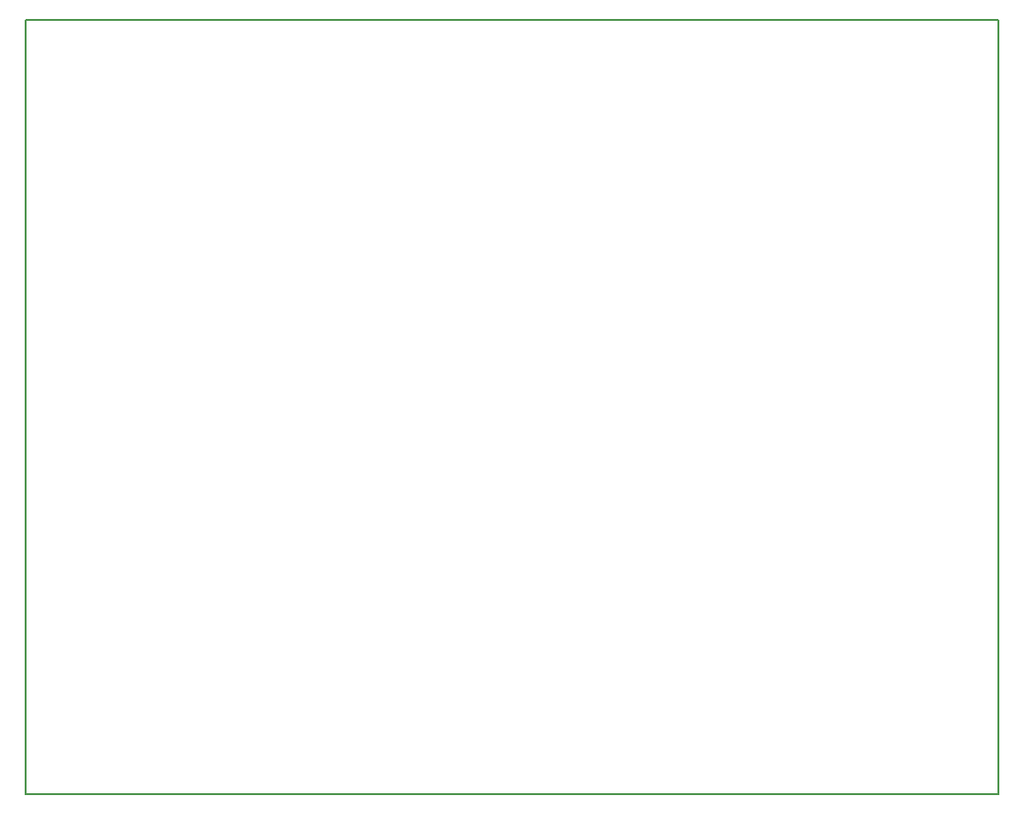
<source format=gm1>
G04 MADE WITH FRITZING*
G04 WWW.FRITZING.ORG*
G04 DOUBLE SIDED*
G04 HOLES PLATED*
G04 CONTOUR ON CENTER OF CONTOUR VECTOR*
%ASAXBY*%
%FSLAX23Y23*%
%MOIN*%
%OFA0B0*%
%SFA1.0B1.0*%
%ADD10R,3.425900X2.728870*%
%ADD11C,0.008000*%
%ADD10C,0.008*%
%LNCONTOUR*%
G90*
G70*
G54D10*
G54D11*
X4Y2725D02*
X3422Y2725D01*
X3422Y4D01*
X4Y4D01*
X4Y2725D01*
D02*
G04 End of contour*
M02*
</source>
